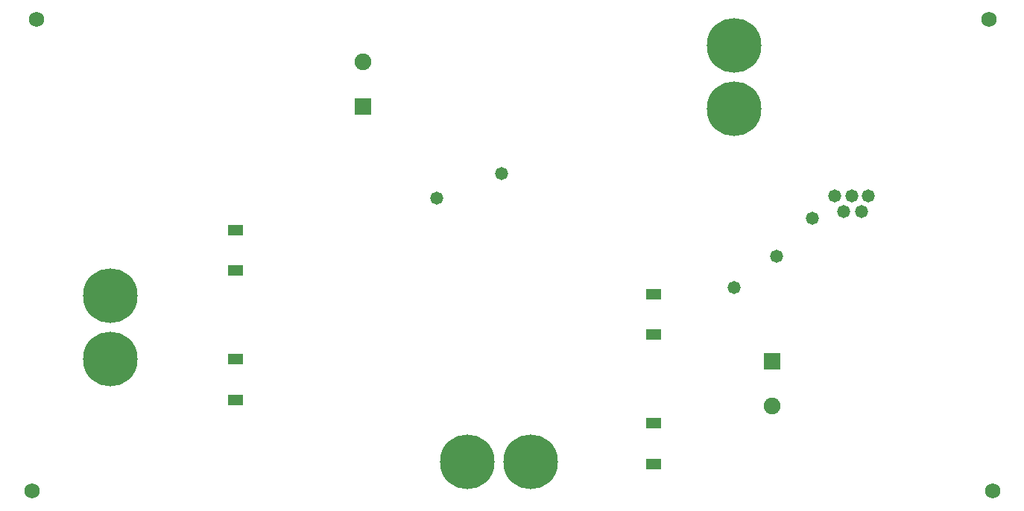
<source format=gbr>
%TF.GenerationSoftware,Altium Limited,Altium Designer,19.1.8 (144)*%
G04 Layer_Color=16711935*
%FSLAX26Y26*%
%MOIN*%
%TF.FileFunction,Soldermask,Bot*%
%TF.Part,Single*%
G01*
G75*
%TA.AperFunction,ComponentPad*%
%ADD29R,0.067055X0.047370*%
%ADD30C,0.074929*%
%ADD31R,0.074929X0.074929*%
%ADD32C,0.244220*%
%TA.AperFunction,WasherPad*%
%ADD33C,0.068000*%
%TA.AperFunction,ViaPad*%
%ADD34C,0.058000*%
D29*
X2890000Y220157D02*
D03*
X2889803Y403228D02*
D03*
X2890000Y981968D02*
D03*
X2889803Y800866D02*
D03*
X1019882Y507874D02*
D03*
X1019685Y690945D02*
D03*
X1019882Y1269685D02*
D03*
X1019685Y1088583D02*
D03*
D30*
X3420000Y480000D02*
D03*
X1590000Y2020000D02*
D03*
D31*
X3420000Y680000D02*
D03*
X1590000Y1820000D02*
D03*
D32*
X2056535Y230000D02*
D03*
X2340000D02*
D03*
X460000Y973465D02*
D03*
Y690000D02*
D03*
X3250000Y2093465D02*
D03*
Y1810000D02*
D03*
D33*
X130000Y2210000D02*
D03*
X110000Y100000D02*
D03*
X4390000Y2210000D02*
D03*
X4406063Y102362D02*
D03*
D34*
X3850000Y1420000D02*
D03*
X3775354Y1420039D02*
D03*
X3700000Y1420000D02*
D03*
X3820000Y1350000D02*
D03*
X3740000D02*
D03*
X3600000Y1320000D02*
D03*
X1920000Y1410000D02*
D03*
X2210000Y1520000D02*
D03*
X3440000Y1150000D02*
D03*
X3250000Y1010000D02*
D03*
%TF.MD5,865982461994702a61c31d6b80eb2e16*%
M02*

</source>
